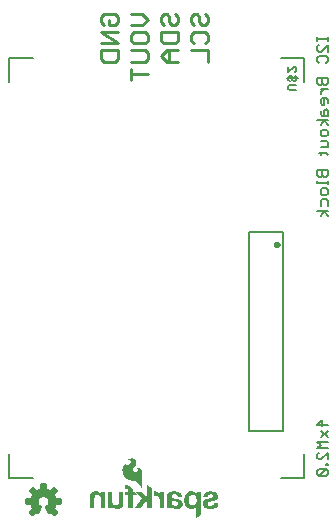
<source format=gbr>
G04 EAGLE Gerber RS-274X export*
G75*
%MOMM*%
%FSLAX34Y34*%
%LPD*%
%INSilkscreen Bottom*%
%IPPOS*%
%AMOC8*
5,1,8,0,0,1.08239X$1,22.5*%
G01*
%ADD10C,0.152400*%
%ADD11C,0.254000*%
%ADD12C,0.304800*%
%ADD13C,0.203200*%
%ADD14C,0.127000*%

G36*
X67740Y5226D02*
X67740Y5226D01*
X67848Y5236D01*
X67861Y5242D01*
X67875Y5244D01*
X67972Y5292D01*
X68071Y5337D01*
X68084Y5348D01*
X68093Y5352D01*
X68108Y5368D01*
X68185Y5430D01*
X70770Y8015D01*
X70833Y8104D01*
X70899Y8189D01*
X70904Y8202D01*
X70912Y8214D01*
X70943Y8317D01*
X70979Y8420D01*
X70979Y8434D01*
X70983Y8447D01*
X70979Y8555D01*
X70980Y8664D01*
X70975Y8677D01*
X70975Y8691D01*
X70937Y8793D01*
X70902Y8895D01*
X70893Y8910D01*
X70889Y8919D01*
X70875Y8936D01*
X70821Y9018D01*
X68057Y12408D01*
X68614Y13490D01*
X68620Y13510D01*
X68662Y13605D01*
X69033Y14764D01*
X73384Y15207D01*
X73488Y15235D01*
X73594Y15260D01*
X73606Y15267D01*
X73619Y15270D01*
X73709Y15331D01*
X73802Y15388D01*
X73810Y15399D01*
X73822Y15407D01*
X73888Y15493D01*
X73957Y15577D01*
X73961Y15590D01*
X73970Y15601D01*
X74004Y15704D01*
X74043Y15805D01*
X74044Y15823D01*
X74048Y15832D01*
X74048Y15854D01*
X74057Y15952D01*
X74057Y19608D01*
X74040Y19715D01*
X74026Y19823D01*
X74020Y19835D01*
X74018Y19849D01*
X73966Y19945D01*
X73919Y20042D01*
X73909Y20052D01*
X73903Y20064D01*
X73823Y20138D01*
X73747Y20215D01*
X73735Y20221D01*
X73725Y20231D01*
X73626Y20276D01*
X73529Y20324D01*
X73511Y20328D01*
X73502Y20332D01*
X73481Y20334D01*
X73384Y20353D01*
X69033Y20796D01*
X68662Y21955D01*
X68653Y21973D01*
X68651Y21980D01*
X68647Y21987D01*
X68614Y22070D01*
X68057Y23152D01*
X70821Y26542D01*
X70875Y26636D01*
X70932Y26728D01*
X70935Y26741D01*
X70942Y26753D01*
X70963Y26860D01*
X70988Y26965D01*
X70986Y26979D01*
X70989Y26993D01*
X70974Y27100D01*
X70964Y27208D01*
X70958Y27221D01*
X70956Y27235D01*
X70908Y27332D01*
X70863Y27431D01*
X70852Y27444D01*
X70848Y27453D01*
X70832Y27468D01*
X70770Y27545D01*
X68185Y30130D01*
X68096Y30193D01*
X68011Y30259D01*
X67998Y30264D01*
X67986Y30272D01*
X67883Y30303D01*
X67780Y30339D01*
X67766Y30339D01*
X67753Y30343D01*
X67645Y30339D01*
X67536Y30340D01*
X67523Y30335D01*
X67509Y30335D01*
X67407Y30297D01*
X67305Y30262D01*
X67290Y30253D01*
X67281Y30249D01*
X67264Y30235D01*
X67182Y30181D01*
X63792Y27417D01*
X62710Y27974D01*
X62690Y27980D01*
X62595Y28022D01*
X61436Y28393D01*
X60993Y32744D01*
X60965Y32848D01*
X60940Y32954D01*
X60933Y32966D01*
X60930Y32979D01*
X60869Y33069D01*
X60812Y33162D01*
X60801Y33170D01*
X60793Y33182D01*
X60707Y33248D01*
X60623Y33317D01*
X60610Y33321D01*
X60599Y33330D01*
X60496Y33364D01*
X60395Y33403D01*
X60377Y33404D01*
X60368Y33408D01*
X60346Y33408D01*
X60248Y33417D01*
X56592Y33417D01*
X56485Y33400D01*
X56377Y33386D01*
X56365Y33380D01*
X56351Y33378D01*
X56255Y33326D01*
X56158Y33279D01*
X56148Y33269D01*
X56136Y33263D01*
X56062Y33183D01*
X55985Y33107D01*
X55979Y33095D01*
X55969Y33085D01*
X55924Y32986D01*
X55876Y32889D01*
X55872Y32871D01*
X55868Y32862D01*
X55866Y32841D01*
X55847Y32744D01*
X55404Y28393D01*
X54245Y28022D01*
X54227Y28012D01*
X54130Y27974D01*
X53048Y27417D01*
X49658Y30181D01*
X49564Y30235D01*
X49472Y30292D01*
X49459Y30295D01*
X49447Y30302D01*
X49340Y30323D01*
X49235Y30348D01*
X49221Y30346D01*
X49207Y30349D01*
X49100Y30334D01*
X48992Y30324D01*
X48979Y30318D01*
X48966Y30316D01*
X48868Y30268D01*
X48769Y30223D01*
X48756Y30212D01*
X48747Y30208D01*
X48732Y30192D01*
X48655Y30130D01*
X46070Y27545D01*
X46007Y27456D01*
X45941Y27371D01*
X45936Y27358D01*
X45928Y27346D01*
X45897Y27243D01*
X45861Y27140D01*
X45861Y27126D01*
X45857Y27113D01*
X45861Y27005D01*
X45860Y26896D01*
X45865Y26883D01*
X45865Y26869D01*
X45903Y26767D01*
X45938Y26665D01*
X45947Y26650D01*
X45951Y26641D01*
X45965Y26624D01*
X46019Y26542D01*
X48783Y23152D01*
X48226Y22070D01*
X48220Y22050D01*
X48178Y21955D01*
X47807Y20796D01*
X43456Y20353D01*
X43352Y20325D01*
X43246Y20300D01*
X43234Y20293D01*
X43221Y20290D01*
X43131Y20229D01*
X43038Y20172D01*
X43030Y20161D01*
X43018Y20153D01*
X42952Y20067D01*
X42884Y19983D01*
X42879Y19970D01*
X42870Y19959D01*
X42836Y19856D01*
X42797Y19755D01*
X42796Y19737D01*
X42792Y19728D01*
X42793Y19706D01*
X42783Y19608D01*
X42783Y15952D01*
X42800Y15845D01*
X42814Y15737D01*
X42820Y15725D01*
X42822Y15711D01*
X42874Y15615D01*
X42921Y15518D01*
X42931Y15508D01*
X42937Y15496D01*
X43017Y15422D01*
X43093Y15345D01*
X43105Y15339D01*
X43116Y15329D01*
X43214Y15284D01*
X43311Y15236D01*
X43329Y15232D01*
X43338Y15228D01*
X43359Y15226D01*
X43456Y15207D01*
X47807Y14764D01*
X48178Y13605D01*
X48188Y13587D01*
X48226Y13490D01*
X48783Y12408D01*
X46019Y9018D01*
X45965Y8924D01*
X45908Y8832D01*
X45905Y8819D01*
X45898Y8807D01*
X45877Y8700D01*
X45852Y8595D01*
X45854Y8581D01*
X45851Y8567D01*
X45866Y8460D01*
X45876Y8352D01*
X45882Y8339D01*
X45884Y8326D01*
X45932Y8228D01*
X45977Y8129D01*
X45988Y8116D01*
X45992Y8107D01*
X46008Y8092D01*
X46070Y8015D01*
X48655Y5430D01*
X48744Y5367D01*
X48829Y5301D01*
X48842Y5296D01*
X48854Y5288D01*
X48957Y5257D01*
X49060Y5221D01*
X49074Y5221D01*
X49087Y5217D01*
X49195Y5221D01*
X49304Y5220D01*
X49317Y5225D01*
X49331Y5225D01*
X49433Y5263D01*
X49535Y5298D01*
X49550Y5307D01*
X49559Y5311D01*
X49576Y5325D01*
X49658Y5379D01*
X53048Y8143D01*
X54130Y7586D01*
X54183Y7569D01*
X54232Y7543D01*
X54298Y7532D01*
X54362Y7511D01*
X54418Y7512D01*
X54472Y7503D01*
X54539Y7514D01*
X54606Y7515D01*
X54658Y7533D01*
X54713Y7542D01*
X54773Y7574D01*
X54836Y7597D01*
X54879Y7631D01*
X54929Y7657D01*
X54975Y7706D01*
X55027Y7748D01*
X55058Y7795D01*
X55096Y7835D01*
X55152Y7940D01*
X55160Y7953D01*
X55161Y7958D01*
X55165Y7965D01*
X57318Y13162D01*
X57338Y13245D01*
X57343Y13258D01*
X57345Y13274D01*
X57370Y13359D01*
X57369Y13380D01*
X57374Y13400D01*
X57366Y13482D01*
X57367Y13501D01*
X57363Y13521D01*
X57359Y13602D01*
X57352Y13622D01*
X57350Y13643D01*
X57318Y13712D01*
X57312Y13739D01*
X57297Y13763D01*
X57271Y13830D01*
X57258Y13846D01*
X57249Y13865D01*
X57204Y13914D01*
X57184Y13946D01*
X57153Y13971D01*
X57115Y14017D01*
X57092Y14033D01*
X57082Y14043D01*
X57061Y14055D01*
X56996Y14100D01*
X56995Y14101D01*
X56994Y14102D01*
X56095Y14608D01*
X55408Y15252D01*
X54893Y16040D01*
X54581Y16928D01*
X54489Y17865D01*
X54622Y18797D01*
X54973Y19671D01*
X55522Y20436D01*
X56236Y21049D01*
X57076Y21474D01*
X57993Y21688D01*
X58934Y21678D01*
X59846Y21444D01*
X60676Y21001D01*
X61377Y20372D01*
X61909Y19595D01*
X62240Y18714D01*
X62353Y17779D01*
X62245Y16862D01*
X61925Y15994D01*
X61411Y15225D01*
X60732Y14598D01*
X59848Y14103D01*
X59806Y14070D01*
X59764Y14047D01*
X59733Y14014D01*
X59685Y13979D01*
X59673Y13963D01*
X59657Y13950D01*
X59622Y13895D01*
X59597Y13869D01*
X59584Y13839D01*
X59542Y13781D01*
X59536Y13762D01*
X59526Y13745D01*
X59507Y13670D01*
X59497Y13647D01*
X59494Y13623D01*
X59471Y13548D01*
X59472Y13528D01*
X59467Y13508D01*
X59474Y13422D01*
X59473Y13404D01*
X59476Y13388D01*
X59479Y13304D01*
X59487Y13279D01*
X59488Y13265D01*
X59498Y13243D01*
X59522Y13162D01*
X60451Y10919D01*
X60451Y10918D01*
X61382Y8671D01*
X61383Y8671D01*
X61675Y7965D01*
X61704Y7918D01*
X61725Y7866D01*
X61768Y7815D01*
X61804Y7758D01*
X61847Y7723D01*
X61883Y7680D01*
X61940Y7646D01*
X61992Y7603D01*
X62044Y7584D01*
X62092Y7555D01*
X62158Y7541D01*
X62221Y7517D01*
X62276Y7515D01*
X62330Y7504D01*
X62397Y7511D01*
X62464Y7509D01*
X62518Y7525D01*
X62573Y7532D01*
X62684Y7576D01*
X62698Y7580D01*
X62702Y7583D01*
X62710Y7586D01*
X63792Y8143D01*
X67182Y5379D01*
X67276Y5325D01*
X67368Y5268D01*
X67381Y5265D01*
X67393Y5258D01*
X67500Y5237D01*
X67605Y5212D01*
X67619Y5214D01*
X67633Y5211D01*
X67740Y5226D01*
G37*
G36*
X142225Y29039D02*
X142225Y29039D01*
X142225Y29040D01*
X142225Y41840D01*
X142225Y41841D01*
X142025Y43641D01*
X142024Y43641D01*
X142025Y43642D01*
X141825Y44242D01*
X141824Y44242D01*
X141524Y44842D01*
X141524Y44843D01*
X141224Y45343D01*
X141223Y45343D01*
X141223Y45344D01*
X140723Y45644D01*
X140323Y45944D01*
X140322Y45944D01*
X140322Y45945D01*
X139322Y46345D01*
X139321Y46344D01*
X139321Y46345D01*
X138721Y46445D01*
X138720Y46445D01*
X137920Y46445D01*
X137919Y46444D01*
X137919Y46445D01*
X137519Y46345D01*
X137320Y46345D01*
X137319Y46344D01*
X137318Y46344D01*
X137118Y46244D01*
X137117Y46244D01*
X137117Y46242D01*
X137115Y46238D01*
X137117Y46238D01*
X137116Y46236D01*
X137216Y46136D01*
X137218Y46136D01*
X137618Y45936D01*
X137618Y45935D01*
X137917Y45836D01*
X138116Y45636D01*
X138316Y45437D01*
X138516Y45138D01*
X138615Y44839D01*
X138615Y44541D01*
X138515Y44242D01*
X138316Y43843D01*
X138017Y43544D01*
X137718Y43344D01*
X137219Y43145D01*
X136720Y43045D01*
X135921Y43045D01*
X135122Y43245D01*
X134523Y43644D01*
X134124Y44143D01*
X133925Y44741D01*
X133925Y45439D01*
X134224Y46137D01*
X134924Y46937D01*
X135724Y47837D01*
X136424Y48637D01*
X136424Y48638D01*
X136924Y49538D01*
X136924Y49539D01*
X136925Y49539D01*
X137125Y50439D01*
X137125Y50440D01*
X137125Y51240D01*
X137124Y51241D01*
X137125Y51242D01*
X136825Y52142D01*
X136824Y52142D01*
X136824Y52143D01*
X136324Y52843D01*
X136323Y52843D01*
X136323Y52844D01*
X135423Y53644D01*
X135422Y53644D01*
X134322Y54244D01*
X134321Y54244D01*
X134321Y54245D01*
X133221Y54445D01*
X133220Y54445D01*
X132220Y54445D01*
X132219Y54444D01*
X132218Y54445D01*
X131318Y54145D01*
X130518Y53845D01*
X130518Y53844D01*
X129918Y53544D01*
X129917Y53544D01*
X129517Y53244D01*
X129516Y53244D01*
X129416Y53144D01*
X129416Y53142D01*
X129415Y53141D01*
X129416Y53139D01*
X129416Y53137D01*
X129418Y53137D01*
X129420Y53135D01*
X129720Y53135D01*
X129721Y53136D01*
X129722Y53135D01*
X130021Y53235D01*
X130319Y53235D01*
X130719Y53135D01*
X131218Y53035D01*
X131617Y52836D01*
X132016Y52537D01*
X132216Y52238D01*
X132315Y51938D01*
X132316Y51938D01*
X132415Y51738D01*
X132515Y51440D01*
X132415Y51142D01*
X132415Y51141D01*
X132315Y50742D01*
X132116Y50443D01*
X132116Y50442D01*
X131916Y50043D01*
X131617Y49744D01*
X131317Y49544D01*
X130917Y49244D01*
X130618Y49044D01*
X129819Y48645D01*
X129121Y48645D01*
X128822Y48745D01*
X128524Y48943D01*
X128425Y49242D01*
X128325Y49541D01*
X128325Y50340D01*
X128324Y50341D01*
X128325Y50342D01*
X128323Y50342D01*
X128321Y50345D01*
X128319Y50344D01*
X128318Y50344D01*
X127518Y49944D01*
X127517Y49943D01*
X127516Y49943D01*
X126716Y49043D01*
X126016Y47843D01*
X126016Y47842D01*
X126015Y47842D01*
X125515Y46442D01*
X125515Y46441D01*
X125215Y44841D01*
X125216Y44840D01*
X125215Y44840D01*
X125315Y43040D01*
X125316Y43039D01*
X125315Y43039D01*
X125815Y41239D01*
X125816Y41238D01*
X126816Y39438D01*
X126816Y39437D01*
X127516Y38537D01*
X127517Y38537D01*
X127516Y38536D01*
X128316Y37736D01*
X128317Y37736D01*
X129117Y37036D01*
X130117Y36436D01*
X130118Y36436D01*
X130118Y36435D01*
X131118Y36035D01*
X131119Y36036D01*
X131119Y36035D01*
X132219Y35735D01*
X133419Y35535D01*
X133420Y35535D01*
X135320Y35535D01*
X135918Y35435D01*
X136417Y35136D01*
X136917Y34736D01*
X137417Y34336D01*
X137916Y33737D01*
X137917Y33737D01*
X137916Y33736D01*
X139216Y32437D01*
X139716Y31737D01*
X139717Y31737D01*
X139716Y31736D01*
X140316Y31137D01*
X140816Y30537D01*
X140817Y30537D01*
X140816Y30536D01*
X141316Y30037D01*
X141616Y29637D01*
X141617Y29637D01*
X141616Y29636D01*
X141916Y29337D01*
X142116Y29037D01*
X142119Y29036D01*
X142120Y29035D01*
X142220Y29035D01*
X142225Y29039D01*
G37*
G36*
X187921Y3537D02*
X187921Y3537D01*
X187924Y3536D01*
X188823Y4436D01*
X190323Y5636D01*
X190323Y5637D01*
X190324Y5636D01*
X191223Y6536D01*
X191723Y6936D01*
X191724Y6939D01*
X191725Y6940D01*
X191725Y25440D01*
X191722Y25443D01*
X191721Y25445D01*
X191321Y25545D01*
X190821Y25645D01*
X190820Y25645D01*
X190321Y25645D01*
X189921Y25745D01*
X189421Y25845D01*
X189021Y25945D01*
X188021Y26145D01*
X188020Y26144D01*
X188015Y26142D01*
X188016Y26141D01*
X188015Y26140D01*
X188015Y24354D01*
X187624Y24843D01*
X187624Y24844D01*
X187224Y25244D01*
X187223Y25244D01*
X186723Y25644D01*
X185723Y26244D01*
X185721Y26244D01*
X185721Y26245D01*
X184521Y26445D01*
X184520Y26445D01*
X183820Y26445D01*
X183760Y26441D01*
X183685Y26436D01*
X183611Y26431D01*
X183610Y26431D01*
X183536Y26426D01*
X183462Y26421D01*
X183461Y26421D01*
X183387Y26416D01*
X183312Y26411D01*
X183238Y26406D01*
X183163Y26401D01*
X183089Y26396D01*
X183014Y26391D01*
X182940Y26386D01*
X182865Y26381D01*
X182791Y26376D01*
X182716Y26371D01*
X182642Y26366D01*
X182567Y26361D01*
X182493Y26357D01*
X182418Y26352D01*
X182344Y26347D01*
X182343Y26347D01*
X182320Y26345D01*
X182319Y26344D01*
X182318Y26345D01*
X180918Y25845D01*
X180918Y25844D01*
X180917Y25844D01*
X179817Y25144D01*
X179817Y25143D01*
X179816Y25143D01*
X178916Y24143D01*
X178216Y23043D01*
X178216Y23042D01*
X178215Y23041D01*
X177815Y21741D01*
X177515Y20341D01*
X177515Y20340D01*
X177415Y18840D01*
X177515Y17440D01*
X177515Y17439D01*
X177815Y16139D01*
X177816Y16139D01*
X177815Y16138D01*
X178315Y14938D01*
X178316Y14938D01*
X178916Y13838D01*
X178917Y13837D01*
X178916Y13836D01*
X179816Y12936D01*
X179817Y12936D01*
X180917Y12136D01*
X180918Y12136D01*
X180918Y12135D01*
X182118Y11735D01*
X182119Y11736D01*
X182119Y11735D01*
X183619Y11535D01*
X183620Y11536D01*
X183621Y11535D01*
X185421Y11835D01*
X185421Y11836D01*
X185422Y11836D01*
X186022Y12136D01*
X186023Y12136D01*
X187023Y12736D01*
X187023Y12737D01*
X187024Y12737D01*
X187424Y13237D01*
X187822Y13735D01*
X187915Y13735D01*
X187915Y3540D01*
X187916Y3539D01*
X187916Y3537D01*
X187918Y3537D01*
X187919Y3535D01*
X187921Y3537D01*
G37*
G36*
X171921Y11535D02*
X171921Y11535D01*
X172421Y11635D01*
X172920Y11635D01*
X172921Y11636D01*
X172921Y11635D01*
X173321Y11735D01*
X173322Y11736D01*
X173322Y11735D01*
X173822Y11935D01*
X173822Y11936D01*
X174222Y12136D01*
X174223Y12136D01*
X174522Y12336D01*
X174922Y12536D01*
X174923Y12537D01*
X174924Y12536D01*
X175224Y12836D01*
X175224Y12837D01*
X175424Y13137D01*
X175724Y13537D01*
X175924Y13837D01*
X175924Y13839D01*
X175925Y13839D01*
X176025Y14338D01*
X176224Y14738D01*
X176224Y14739D01*
X176225Y14739D01*
X176225Y14740D01*
X176225Y15240D01*
X176325Y15739D01*
X176324Y15740D01*
X176325Y15741D01*
X176125Y16841D01*
X176125Y16842D01*
X175825Y17742D01*
X175824Y17742D01*
X175424Y18442D01*
X175423Y18443D01*
X175423Y18444D01*
X174723Y19044D01*
X174722Y19044D01*
X174022Y19444D01*
X174022Y19445D01*
X173222Y19745D01*
X173221Y19745D01*
X172421Y19945D01*
X169721Y20245D01*
X169021Y20345D01*
X168321Y20545D01*
X167722Y20745D01*
X167223Y21044D01*
X166925Y21442D01*
X166925Y22539D01*
X167224Y23137D01*
X167324Y23236D01*
X167324Y23238D01*
X167424Y23436D01*
X168021Y23735D01*
X168220Y23735D01*
X168221Y23736D01*
X168222Y23736D01*
X168421Y23835D01*
X170219Y23835D01*
X171217Y23336D01*
X171616Y22937D01*
X171715Y22738D01*
X171815Y22438D01*
X171816Y22438D01*
X171915Y22239D01*
X171915Y21740D01*
X171919Y21735D01*
X171920Y21735D01*
X175820Y21735D01*
X175821Y21736D01*
X175825Y21739D01*
X175824Y21740D01*
X175825Y21740D01*
X175825Y21741D01*
X175625Y22941D01*
X175624Y22941D01*
X175625Y22942D01*
X175425Y23542D01*
X175424Y23542D01*
X175424Y23543D01*
X175124Y23943D01*
X174824Y24443D01*
X174524Y24843D01*
X174523Y24843D01*
X174523Y24844D01*
X174123Y25144D01*
X173123Y25744D01*
X173122Y25744D01*
X173122Y25745D01*
X172622Y25945D01*
X172621Y25944D01*
X172621Y25945D01*
X172121Y26045D01*
X171522Y26245D01*
X171521Y26245D01*
X170921Y26345D01*
X170421Y26445D01*
X170420Y26445D01*
X168120Y26445D01*
X168119Y26445D01*
X167620Y26345D01*
X167020Y26345D01*
X167019Y26345D01*
X166519Y26245D01*
X166519Y26244D01*
X166518Y26245D01*
X166019Y26045D01*
X165519Y25945D01*
X165519Y25944D01*
X165518Y25945D01*
X165018Y25745D01*
X165018Y25744D01*
X165017Y25744D01*
X163817Y24844D01*
X163817Y24843D01*
X163816Y24843D01*
X163516Y24443D01*
X163516Y24442D01*
X163316Y24042D01*
X163315Y24042D01*
X163115Y23542D01*
X163116Y23541D01*
X163115Y23541D01*
X163015Y23041D01*
X163015Y23040D01*
X163015Y14341D01*
X162916Y14142D01*
X162916Y14141D01*
X162915Y14140D01*
X162915Y13241D01*
X162816Y13042D01*
X162815Y13041D01*
X162816Y13041D01*
X162815Y13040D01*
X162815Y12841D01*
X162716Y12642D01*
X162716Y12641D01*
X162715Y12640D01*
X162715Y12341D01*
X162616Y12143D01*
X162516Y12044D01*
X162516Y12041D01*
X162515Y12040D01*
X162515Y11940D01*
X162519Y11935D01*
X162520Y11935D01*
X166420Y11935D01*
X166425Y11939D01*
X166425Y11940D01*
X166425Y12038D01*
X166524Y12136D01*
X166524Y12139D01*
X166525Y12140D01*
X166525Y12238D01*
X166624Y12336D01*
X166624Y12338D01*
X166625Y12339D01*
X166625Y12340D01*
X166625Y12638D01*
X166724Y12736D01*
X166724Y12739D01*
X166725Y12740D01*
X166725Y13324D01*
X166916Y13037D01*
X166917Y13037D01*
X166917Y13036D01*
X167217Y12836D01*
X167416Y12636D01*
X167417Y12636D01*
X167717Y12436D01*
X167718Y12436D01*
X167718Y12435D01*
X168018Y12336D01*
X168317Y12136D01*
X168318Y12136D01*
X168318Y12135D01*
X169518Y11735D01*
X169519Y11736D01*
X169520Y11735D01*
X169819Y11735D01*
X170118Y11635D01*
X170119Y11636D01*
X170120Y11635D01*
X170519Y11635D01*
X170818Y11535D01*
X170819Y11536D01*
X170820Y11535D01*
X171920Y11535D01*
X171921Y11535D01*
G37*
G36*
X140922Y11937D02*
X140922Y11937D01*
X140924Y11937D01*
X144821Y18232D01*
X146315Y16838D01*
X146315Y11940D01*
X146319Y11935D01*
X146320Y11935D01*
X150220Y11935D01*
X150225Y11939D01*
X150225Y11940D01*
X150225Y29340D01*
X150223Y29342D01*
X150222Y29344D01*
X146322Y31444D01*
X146321Y31444D01*
X146321Y31445D01*
X146319Y31444D01*
X146316Y31443D01*
X146316Y31441D01*
X146315Y31440D01*
X146315Y21052D01*
X141424Y26143D01*
X141421Y26144D01*
X141420Y26145D01*
X136820Y26145D01*
X136819Y26144D01*
X136817Y26144D01*
X136817Y26142D01*
X136815Y26141D01*
X136817Y26139D01*
X136817Y26136D01*
X142114Y20939D01*
X136216Y11943D01*
X136216Y11941D01*
X136215Y11941D01*
X136216Y11939D01*
X136217Y11936D01*
X136219Y11937D01*
X136220Y11935D01*
X140920Y11935D01*
X140922Y11937D01*
G37*
G36*
X101425Y11939D02*
X101425Y11939D01*
X101425Y11940D01*
X101425Y19940D01*
X101525Y20739D01*
X101625Y21439D01*
X101725Y22038D01*
X102024Y22537D01*
X102323Y22936D01*
X102822Y23235D01*
X103321Y23335D01*
X103920Y23435D01*
X104719Y23335D01*
X105318Y23235D01*
X105817Y22936D01*
X106216Y22437D01*
X106516Y21938D01*
X106815Y21239D01*
X106915Y20339D01*
X106915Y11940D01*
X106919Y11935D01*
X106920Y11935D01*
X110820Y11935D01*
X110825Y11939D01*
X110825Y11940D01*
X110825Y26140D01*
X110821Y26145D01*
X110820Y26145D01*
X107120Y26145D01*
X107115Y26141D01*
X107115Y26140D01*
X107115Y24145D01*
X107023Y24145D01*
X106624Y24743D01*
X106624Y24744D01*
X106224Y25144D01*
X106223Y25144D01*
X105723Y25544D01*
X105123Y25944D01*
X105122Y25944D01*
X105122Y25945D01*
X103922Y26345D01*
X103921Y26345D01*
X103321Y26445D01*
X103320Y26445D01*
X102720Y26445D01*
X102703Y26444D01*
X102633Y26439D01*
X102564Y26434D01*
X102494Y26429D01*
X102425Y26424D01*
X102355Y26419D01*
X102286Y26414D01*
X102216Y26409D01*
X102147Y26404D01*
X102146Y26404D01*
X102077Y26399D01*
X102007Y26394D01*
X101938Y26389D01*
X101868Y26384D01*
X101799Y26379D01*
X101729Y26374D01*
X101660Y26369D01*
X101590Y26364D01*
X101520Y26359D01*
X101451Y26354D01*
X101381Y26349D01*
X101320Y26345D01*
X101319Y26345D01*
X100219Y26045D01*
X100218Y26044D01*
X99318Y25544D01*
X99317Y25543D01*
X99316Y25544D01*
X98616Y24844D01*
X98616Y24843D01*
X98116Y24043D01*
X98116Y24042D01*
X98115Y24041D01*
X97815Y23041D01*
X97615Y21941D01*
X97615Y21940D01*
X97515Y20640D01*
X97515Y11940D01*
X97519Y11935D01*
X97520Y11935D01*
X101420Y11935D01*
X101425Y11939D01*
G37*
G36*
X122420Y11635D02*
X122420Y11635D01*
X122421Y11636D01*
X122422Y11635D01*
X123522Y12035D01*
X123522Y12036D01*
X124422Y12536D01*
X124423Y12536D01*
X125123Y13136D01*
X125123Y13137D01*
X125124Y13138D01*
X125624Y14038D01*
X125625Y14039D01*
X125925Y15039D01*
X126125Y16139D01*
X126125Y16140D01*
X126125Y26140D01*
X126121Y26145D01*
X126120Y26145D01*
X122320Y26145D01*
X122315Y26141D01*
X122315Y26140D01*
X122315Y18140D01*
X122115Y16541D01*
X122015Y15942D01*
X121716Y15543D01*
X121417Y15144D01*
X120918Y14845D01*
X120419Y14745D01*
X119820Y14645D01*
X119021Y14745D01*
X118422Y14845D01*
X117923Y15144D01*
X117524Y15543D01*
X117225Y16142D01*
X116925Y16841D01*
X116825Y17640D01*
X116825Y26140D01*
X116821Y26145D01*
X116820Y26145D01*
X112920Y26145D01*
X112915Y26141D01*
X112915Y26140D01*
X112915Y11940D01*
X112919Y11935D01*
X112920Y11935D01*
X116620Y11935D01*
X116625Y11939D01*
X116625Y11940D01*
X116625Y13935D01*
X116717Y13935D01*
X117116Y13337D01*
X117516Y12837D01*
X117517Y12837D01*
X117517Y12836D01*
X118017Y12436D01*
X118018Y12436D01*
X118618Y12136D01*
X118618Y12135D01*
X119118Y11935D01*
X119718Y11735D01*
X119719Y11736D01*
X119719Y11735D01*
X120419Y11635D01*
X121019Y11535D01*
X121020Y11536D01*
X121020Y11535D01*
X122420Y11635D01*
G37*
G36*
X201020Y11635D02*
X201020Y11635D01*
X201021Y11635D01*
X202221Y11835D01*
X203321Y12135D01*
X203322Y12136D01*
X204322Y12636D01*
X204323Y12636D01*
X205123Y13336D01*
X205123Y13337D01*
X205124Y13337D01*
X205824Y14237D01*
X205824Y14238D01*
X205825Y14238D01*
X206225Y15238D01*
X206224Y15239D01*
X206225Y15239D01*
X206425Y16539D01*
X206425Y16540D01*
X206421Y16545D01*
X206421Y16544D01*
X206420Y16545D01*
X202720Y16545D01*
X202715Y16541D01*
X202715Y16540D01*
X202715Y15941D01*
X202516Y15443D01*
X202216Y15044D01*
X201817Y14744D01*
X201418Y14445D01*
X200819Y14345D01*
X200319Y14245D01*
X199720Y14145D01*
X199321Y14245D01*
X199320Y14244D01*
X199320Y14245D01*
X198921Y14245D01*
X198522Y14345D01*
X198123Y14544D01*
X197723Y14844D01*
X197425Y15143D01*
X197325Y15541D01*
X197225Y15940D01*
X197325Y16338D01*
X197524Y16737D01*
X197923Y17036D01*
X198422Y17335D01*
X199021Y17535D01*
X200621Y17935D01*
X201621Y18135D01*
X202521Y18335D01*
X202521Y18336D01*
X202522Y18335D01*
X203322Y18635D01*
X204022Y18935D01*
X204022Y18936D01*
X204722Y19336D01*
X204723Y19336D01*
X205323Y19736D01*
X205323Y19737D01*
X205324Y19737D01*
X205724Y20337D01*
X205724Y20338D01*
X205725Y20338D01*
X206025Y21038D01*
X206024Y21039D01*
X206025Y21039D01*
X206125Y21939D01*
X206125Y21940D01*
X206025Y23140D01*
X206024Y23141D01*
X206025Y23142D01*
X205625Y24142D01*
X205624Y24142D01*
X205624Y24143D01*
X204924Y24943D01*
X204923Y24943D01*
X204923Y24944D01*
X204223Y25544D01*
X204222Y25544D01*
X203222Y26044D01*
X203221Y26044D01*
X203221Y26045D01*
X202221Y26245D01*
X201121Y26445D01*
X201120Y26445D01*
X198820Y26445D01*
X198819Y26445D01*
X197719Y26245D01*
X196719Y25945D01*
X196718Y25944D01*
X196718Y25945D01*
X195818Y25545D01*
X195818Y25544D01*
X195817Y25544D01*
X195017Y24944D01*
X195017Y24943D01*
X195016Y24943D01*
X194416Y24143D01*
X194416Y24142D01*
X193916Y23142D01*
X193916Y23141D01*
X193915Y23141D01*
X193715Y21941D01*
X193716Y21940D01*
X193719Y21935D01*
X193719Y21936D01*
X193720Y21935D01*
X197420Y21935D01*
X197424Y21938D01*
X197425Y21939D01*
X197525Y22439D01*
X197724Y22938D01*
X197924Y23236D01*
X198222Y23436D01*
X198622Y23636D01*
X199121Y23835D01*
X200819Y23835D01*
X201118Y23735D01*
X201119Y23735D01*
X201519Y23635D01*
X201817Y23536D01*
X202215Y22938D01*
X202215Y22541D01*
X202115Y22142D01*
X201816Y21744D01*
X201417Y21444D01*
X200818Y21145D01*
X200219Y20945D01*
X199419Y20845D01*
X197019Y20245D01*
X196119Y20045D01*
X196118Y20044D01*
X194718Y19244D01*
X194717Y19244D01*
X194117Y18744D01*
X194117Y18743D01*
X194116Y18743D01*
X193716Y18143D01*
X193716Y18142D01*
X193715Y18142D01*
X193415Y17442D01*
X193416Y17441D01*
X193415Y17441D01*
X193315Y16541D01*
X193316Y16540D01*
X193315Y16539D01*
X193515Y15239D01*
X193516Y15239D01*
X193515Y15238D01*
X193915Y14138D01*
X193916Y14138D01*
X193916Y14137D01*
X194516Y13337D01*
X194517Y13337D01*
X194517Y13336D01*
X195317Y12636D01*
X195318Y12636D01*
X196318Y12136D01*
X196319Y12135D01*
X197419Y11835D01*
X198619Y11635D01*
X198620Y11635D01*
X199820Y11535D01*
X201020Y11635D01*
G37*
G36*
X133825Y11939D02*
X133825Y11939D01*
X133825Y11940D01*
X133825Y23535D01*
X137720Y23535D01*
X137722Y23536D01*
X137724Y23537D01*
X137723Y23538D01*
X137725Y23539D01*
X137723Y23541D01*
X137723Y23544D01*
X137323Y23844D01*
X135724Y25444D01*
X135723Y25444D01*
X135324Y25744D01*
X135024Y26143D01*
X135021Y26144D01*
X135020Y26145D01*
X133825Y26145D01*
X133825Y28140D01*
X133824Y28141D01*
X133825Y28142D01*
X133525Y28942D01*
X133225Y29642D01*
X133224Y29642D01*
X133224Y29643D01*
X132724Y30243D01*
X132723Y30243D01*
X132723Y30244D01*
X132023Y30744D01*
X132022Y30744D01*
X131222Y31144D01*
X131221Y31145D01*
X130221Y31445D01*
X130221Y31444D01*
X130220Y31445D01*
X127320Y31445D01*
X127319Y31444D01*
X127318Y31444D01*
X127118Y31344D01*
X127117Y31341D01*
X127115Y31340D01*
X127115Y28540D01*
X127119Y28535D01*
X127120Y28535D01*
X128819Y28535D01*
X129218Y28435D01*
X129617Y28236D01*
X129816Y27938D01*
X129915Y27739D01*
X129915Y27340D01*
X129916Y27339D01*
X129915Y27339D01*
X130015Y26939D01*
X130015Y26145D01*
X127320Y26145D01*
X127315Y26141D01*
X127315Y26140D01*
X127315Y23540D01*
X127319Y23535D01*
X127320Y23535D01*
X130015Y23535D01*
X130015Y11940D01*
X130019Y11935D01*
X130020Y11935D01*
X133820Y11935D01*
X133825Y11939D01*
G37*
G36*
X160825Y11939D02*
X160825Y11939D01*
X160825Y11940D01*
X160825Y25440D01*
X160822Y25444D01*
X160821Y25445D01*
X160321Y25545D01*
X159921Y25645D01*
X159920Y25644D01*
X159920Y25645D01*
X159420Y25645D01*
X158921Y25745D01*
X158521Y25845D01*
X158021Y25945D01*
X157521Y26045D01*
X157121Y26145D01*
X157120Y26144D01*
X157115Y26142D01*
X157116Y26141D01*
X157115Y26140D01*
X157115Y23459D01*
X156724Y24142D01*
X156724Y24143D01*
X156324Y24643D01*
X155824Y25243D01*
X155823Y25243D01*
X155823Y25244D01*
X155323Y25644D01*
X155322Y25644D01*
X154622Y26044D01*
X154622Y26045D01*
X154022Y26245D01*
X154021Y26245D01*
X153321Y26445D01*
X153321Y26444D01*
X153320Y26445D01*
X151920Y26445D01*
X151918Y26443D01*
X151916Y26444D01*
X151818Y26345D01*
X151720Y26345D01*
X151715Y26341D01*
X151715Y26340D01*
X151715Y22740D01*
X151719Y22735D01*
X151720Y22735D01*
X151820Y22735D01*
X151821Y22736D01*
X151822Y22736D01*
X152021Y22835D01*
X153120Y22835D01*
X154119Y22735D01*
X154918Y22535D01*
X155617Y22136D01*
X156116Y21537D01*
X156515Y20838D01*
X156715Y20139D01*
X156915Y19239D01*
X156915Y11940D01*
X156919Y11935D01*
X156920Y11935D01*
X160820Y11935D01*
X160825Y11939D01*
G37*
%LPC*%
G36*
X183821Y14645D02*
X183821Y14645D01*
X183022Y14845D01*
X182424Y15343D01*
X182024Y15843D01*
X181725Y16542D01*
X181425Y17341D01*
X181325Y18140D01*
X181325Y19840D01*
X181425Y20639D01*
X181725Y21438D01*
X182024Y22137D01*
X182523Y22736D01*
X183122Y23136D01*
X183821Y23435D01*
X184720Y23535D01*
X185519Y23435D01*
X186317Y23136D01*
X186817Y22736D01*
X187316Y22137D01*
X187615Y21438D01*
X187915Y20639D01*
X188015Y19840D01*
X188015Y18141D01*
X187815Y17341D01*
X187615Y16542D01*
X187316Y15843D01*
X186817Y15344D01*
X186218Y14844D01*
X185519Y14645D01*
X184620Y14545D01*
X183821Y14645D01*
G37*
%LPD*%
%LPC*%
G36*
X170020Y14145D02*
X170020Y14145D01*
X169521Y14245D01*
X169520Y14245D01*
X169021Y14245D01*
X168622Y14444D01*
X168621Y14445D01*
X168222Y14545D01*
X167923Y14744D01*
X167724Y14943D01*
X167524Y15243D01*
X167524Y15244D01*
X167324Y15443D01*
X167225Y15742D01*
X167125Y16042D01*
X167124Y16042D01*
X167025Y16242D01*
X166925Y16541D01*
X166925Y18828D01*
X167116Y18636D01*
X167119Y18636D01*
X167120Y18635D01*
X167319Y18635D01*
X167718Y18436D01*
X167719Y18436D01*
X167720Y18435D01*
X167919Y18435D01*
X168118Y18336D01*
X168119Y18336D01*
X168120Y18335D01*
X168519Y18335D01*
X168718Y18236D01*
X168719Y18236D01*
X168720Y18235D01*
X168919Y18235D01*
X169218Y18135D01*
X169219Y18136D01*
X169220Y18135D01*
X169619Y18135D01*
X169918Y18035D01*
X169919Y18036D01*
X169920Y18035D01*
X170319Y18035D01*
X170518Y17936D01*
X170519Y17936D01*
X170520Y17935D01*
X170719Y17935D01*
X171018Y17835D01*
X171217Y17736D01*
X171316Y17636D01*
X171318Y17636D01*
X171717Y17436D01*
X171816Y17336D01*
X171818Y17336D01*
X172016Y17236D01*
X172315Y16639D01*
X172315Y16440D01*
X172316Y16439D01*
X172316Y16438D01*
X172415Y16239D01*
X172415Y15741D01*
X172315Y15442D01*
X172315Y15441D01*
X172316Y15441D01*
X172315Y15440D01*
X172315Y15241D01*
X172216Y15043D01*
X172116Y14944D01*
X172116Y14942D01*
X172016Y14744D01*
X171818Y14644D01*
X171817Y14643D01*
X171816Y14644D01*
X171717Y14544D01*
X171319Y14345D01*
X171120Y14345D01*
X171119Y14344D01*
X171118Y14344D01*
X170919Y14245D01*
X170720Y14245D01*
X170719Y14244D01*
X170718Y14244D01*
X170519Y14145D01*
X170020Y14145D01*
G37*
%LPD*%
D10*
X298958Y82873D02*
X290315Y82873D01*
X294636Y87195D01*
X294636Y81433D01*
X293196Y77840D02*
X298958Y72077D01*
X293196Y72077D02*
X298958Y77840D01*
X298958Y68484D02*
X290315Y68484D01*
X293196Y65603D01*
X290315Y62722D01*
X298958Y62722D01*
X298958Y59129D02*
X298958Y53367D01*
X298958Y59129D02*
X293196Y53367D01*
X291755Y53367D01*
X290315Y54808D01*
X290315Y57689D01*
X291755Y59129D01*
X297517Y49774D02*
X298958Y49774D01*
X297517Y49774D02*
X297517Y48333D01*
X298958Y48333D01*
X298958Y49774D01*
X297517Y45096D02*
X291755Y45096D01*
X290315Y43656D01*
X290315Y40775D01*
X291755Y39334D01*
X297517Y39334D01*
X298958Y40775D01*
X298958Y43656D01*
X297517Y45096D01*
X291755Y39334D01*
D11*
X109549Y421039D02*
X107176Y423412D01*
X107176Y428157D01*
X109549Y430530D01*
X119039Y430530D01*
X121412Y428157D01*
X121412Y423412D01*
X119039Y421039D01*
X114294Y421039D01*
X114294Y425785D01*
X121412Y415094D02*
X107176Y415094D01*
X121412Y405603D01*
X107176Y405603D01*
X107176Y399658D02*
X121412Y399658D01*
X121412Y392540D01*
X119039Y390167D01*
X109549Y390167D01*
X107176Y392540D01*
X107176Y399658D01*
X132576Y430530D02*
X142067Y430530D01*
X146812Y425785D01*
X142067Y421039D01*
X132576Y421039D01*
X132576Y412721D02*
X132576Y407976D01*
X132576Y412721D02*
X134949Y415094D01*
X144439Y415094D01*
X146812Y412721D01*
X146812Y407976D01*
X144439Y405603D01*
X134949Y405603D01*
X132576Y407976D01*
X132576Y399658D02*
X144439Y399658D01*
X146812Y397285D01*
X146812Y392540D01*
X144439Y390167D01*
X132576Y390167D01*
X132576Y379476D02*
X146812Y379476D01*
X132576Y374731D02*
X132576Y384222D01*
X160349Y421039D02*
X157976Y423412D01*
X157976Y428157D01*
X160349Y430530D01*
X162721Y430530D01*
X165094Y428157D01*
X165094Y423412D01*
X167467Y421039D01*
X169839Y421039D01*
X172212Y423412D01*
X172212Y428157D01*
X169839Y430530D01*
X172212Y415094D02*
X157976Y415094D01*
X172212Y415094D02*
X172212Y407976D01*
X169839Y405603D01*
X160349Y405603D01*
X157976Y407976D01*
X157976Y415094D01*
X162721Y399658D02*
X172212Y399658D01*
X162721Y399658D02*
X157976Y394913D01*
X162721Y390167D01*
X172212Y390167D01*
X165094Y390167D02*
X165094Y399658D01*
X185749Y421039D02*
X183376Y423412D01*
X183376Y428157D01*
X185749Y430530D01*
X188121Y430530D01*
X190494Y428157D01*
X190494Y423412D01*
X192867Y421039D01*
X195239Y421039D01*
X197612Y423412D01*
X197612Y428157D01*
X195239Y430530D01*
X183376Y407976D02*
X185749Y405603D01*
X183376Y407976D02*
X183376Y412721D01*
X185749Y415094D01*
X195239Y415094D01*
X197612Y412721D01*
X197612Y407976D01*
X195239Y405603D01*
X197612Y399658D02*
X183376Y399658D01*
X197612Y399658D02*
X197612Y390167D01*
D10*
X298958Y407837D02*
X298958Y410718D01*
X298958Y409277D02*
X290315Y409277D01*
X290315Y407837D02*
X290315Y410718D01*
X298958Y404481D02*
X298958Y398719D01*
X298958Y404481D02*
X293196Y398719D01*
X291755Y398719D01*
X290315Y400160D01*
X290315Y403041D01*
X291755Y404481D01*
X290315Y390804D02*
X291755Y389364D01*
X290315Y390804D02*
X290315Y393685D01*
X291755Y395126D01*
X297517Y395126D01*
X298958Y393685D01*
X298958Y390804D01*
X297517Y389364D01*
X298958Y376416D02*
X290315Y376416D01*
X290315Y372094D01*
X291755Y370653D01*
X293196Y370653D01*
X294636Y372094D01*
X296077Y370653D01*
X297517Y370653D01*
X298958Y372094D01*
X298958Y376416D01*
X294636Y376416D02*
X294636Y372094D01*
X293196Y367060D02*
X298958Y367060D01*
X296077Y367060D02*
X293196Y364179D01*
X293196Y362739D01*
X298958Y357824D02*
X298958Y354943D01*
X298958Y357824D02*
X297517Y359265D01*
X294636Y359265D01*
X293196Y357824D01*
X293196Y354943D01*
X294636Y353502D01*
X296077Y353502D01*
X296077Y359265D01*
X293196Y348469D02*
X293196Y345588D01*
X294636Y344147D01*
X298958Y344147D01*
X298958Y348469D01*
X297517Y349909D01*
X296077Y348469D01*
X296077Y344147D01*
X298958Y340554D02*
X290315Y340554D01*
X296077Y340554D02*
X298958Y336232D01*
X296077Y340554D02*
X293196Y336232D01*
X298958Y331318D02*
X298958Y328436D01*
X297517Y326996D01*
X294636Y326996D01*
X293196Y328436D01*
X293196Y331318D01*
X294636Y332758D01*
X297517Y332758D01*
X298958Y331318D01*
X297517Y323403D02*
X293196Y323403D01*
X297517Y323403D02*
X298958Y321962D01*
X298958Y317641D01*
X293196Y317641D01*
X291755Y312607D02*
X297517Y312607D01*
X298958Y311167D01*
X293196Y311167D02*
X293196Y314048D01*
X290315Y298456D02*
X298958Y298456D01*
X290315Y298456D02*
X290315Y294134D01*
X291755Y292694D01*
X293196Y292694D01*
X294636Y294134D01*
X296077Y292694D01*
X297517Y292694D01*
X298958Y294134D01*
X298958Y298456D01*
X294636Y298456D02*
X294636Y294134D01*
X290315Y289101D02*
X290315Y287660D01*
X298958Y287660D01*
X298958Y286220D02*
X298958Y289101D01*
X298958Y281423D02*
X298958Y278542D01*
X297517Y277102D01*
X294636Y277102D01*
X293196Y278542D01*
X293196Y281423D01*
X294636Y282864D01*
X297517Y282864D01*
X298958Y281423D01*
X293196Y272068D02*
X293196Y267746D01*
X293196Y272068D02*
X294636Y273509D01*
X297517Y273509D01*
X298958Y272068D01*
X298958Y267746D01*
X298958Y264153D02*
X290315Y264153D01*
X296077Y264153D02*
X298958Y259832D01*
X296077Y264153D02*
X293196Y259832D01*
D12*
X255400Y234800D02*
X255402Y234863D01*
X255408Y234925D01*
X255418Y234987D01*
X255431Y235049D01*
X255449Y235109D01*
X255470Y235168D01*
X255495Y235226D01*
X255524Y235282D01*
X255556Y235336D01*
X255591Y235388D01*
X255629Y235437D01*
X255671Y235485D01*
X255715Y235529D01*
X255763Y235571D01*
X255812Y235609D01*
X255864Y235644D01*
X255918Y235676D01*
X255974Y235705D01*
X256032Y235730D01*
X256091Y235751D01*
X256151Y235769D01*
X256213Y235782D01*
X256275Y235792D01*
X256337Y235798D01*
X256400Y235800D01*
X256463Y235798D01*
X256525Y235792D01*
X256587Y235782D01*
X256649Y235769D01*
X256709Y235751D01*
X256768Y235730D01*
X256826Y235705D01*
X256882Y235676D01*
X256936Y235644D01*
X256988Y235609D01*
X257037Y235571D01*
X257085Y235529D01*
X257129Y235485D01*
X257171Y235437D01*
X257209Y235388D01*
X257244Y235336D01*
X257276Y235282D01*
X257305Y235226D01*
X257330Y235168D01*
X257351Y235109D01*
X257369Y235049D01*
X257382Y234987D01*
X257392Y234925D01*
X257398Y234863D01*
X257400Y234800D01*
X257398Y234737D01*
X257392Y234675D01*
X257382Y234613D01*
X257369Y234551D01*
X257351Y234491D01*
X257330Y234432D01*
X257305Y234374D01*
X257276Y234318D01*
X257244Y234264D01*
X257209Y234212D01*
X257171Y234163D01*
X257129Y234115D01*
X257085Y234071D01*
X257037Y234029D01*
X256988Y233991D01*
X256936Y233956D01*
X256882Y233924D01*
X256826Y233895D01*
X256768Y233870D01*
X256709Y233849D01*
X256649Y233831D01*
X256587Y233818D01*
X256525Y233808D01*
X256463Y233802D01*
X256400Y233800D01*
X256337Y233802D01*
X256275Y233808D01*
X256213Y233818D01*
X256151Y233831D01*
X256091Y233849D01*
X256032Y233870D01*
X255974Y233895D01*
X255918Y233924D01*
X255864Y233956D01*
X255812Y233991D01*
X255763Y234029D01*
X255715Y234071D01*
X255671Y234115D01*
X255629Y234163D01*
X255591Y234212D01*
X255556Y234264D01*
X255524Y234318D01*
X255495Y234374D01*
X255470Y234432D01*
X255449Y234491D01*
X255431Y234551D01*
X255418Y234613D01*
X255408Y234675D01*
X255402Y234737D01*
X255400Y234800D01*
D13*
X260800Y245800D02*
X260800Y77800D01*
X260800Y245800D02*
X232000Y245800D01*
X232000Y77800D01*
X260800Y77800D01*
X259400Y393100D02*
X279400Y393100D01*
X49400Y393100D02*
X29400Y393100D01*
X29400Y373100D01*
X29400Y58100D02*
X29400Y38100D01*
X49400Y38100D01*
X259400Y38100D02*
X279400Y38100D01*
X279400Y58100D01*
X279400Y373100D02*
X279400Y393100D01*
D14*
X272611Y366203D02*
X266891Y366203D01*
X265747Y367347D01*
X265747Y369634D01*
X266891Y370778D01*
X272611Y370778D01*
X266891Y373687D02*
X265747Y374831D01*
X265747Y377119D01*
X266891Y378263D01*
X268035Y378263D01*
X269179Y377119D01*
X269179Y374831D01*
X270323Y373687D01*
X271467Y373687D01*
X272611Y374831D01*
X272611Y377119D01*
X271467Y378263D01*
X273755Y375975D02*
X264603Y375975D01*
X265747Y381171D02*
X265747Y385747D01*
X265747Y381171D02*
X270323Y385747D01*
X271467Y385747D01*
X272611Y384603D01*
X272611Y382315D01*
X271467Y381171D01*
M02*

</source>
